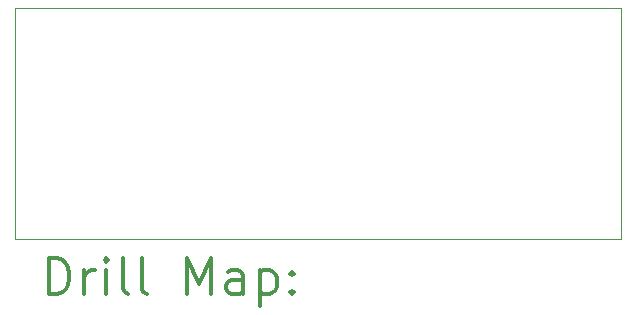
<source format=gbr>
%FSLAX45Y45*%
G04 Gerber Fmt 4.5, Leading zero omitted, Abs format (unit mm)*
G04 Created by KiCad (PCBNEW (5.1.5-0-10_14)) date 2020-03-21 14:00:26*
%MOMM*%
%LPD*%
G04 APERTURE LIST*
%TA.AperFunction,Profile*%
%ADD10C,0.050000*%
%TD*%
%ADD11C,0.200000*%
%ADD12C,0.300000*%
G04 APERTURE END LIST*
D10*
X4686300Y-5194300D02*
X4686300Y-3238500D01*
X9817100Y-5194300D02*
X4686300Y-5194300D01*
X9817100Y-3238500D02*
X9817100Y-5194300D01*
X4686300Y-3238500D02*
X9817100Y-3238500D01*
D11*
D12*
X4970228Y-5662514D02*
X4970228Y-5362514D01*
X5041657Y-5362514D01*
X5084514Y-5376800D01*
X5113086Y-5405372D01*
X5127371Y-5433943D01*
X5141657Y-5491086D01*
X5141657Y-5533943D01*
X5127371Y-5591086D01*
X5113086Y-5619657D01*
X5084514Y-5648229D01*
X5041657Y-5662514D01*
X4970228Y-5662514D01*
X5270228Y-5662514D02*
X5270228Y-5462514D01*
X5270228Y-5519657D02*
X5284514Y-5491086D01*
X5298800Y-5476800D01*
X5327371Y-5462514D01*
X5355943Y-5462514D01*
X5455943Y-5662514D02*
X5455943Y-5462514D01*
X5455943Y-5362514D02*
X5441657Y-5376800D01*
X5455943Y-5391086D01*
X5470228Y-5376800D01*
X5455943Y-5362514D01*
X5455943Y-5391086D01*
X5641657Y-5662514D02*
X5613086Y-5648229D01*
X5598800Y-5619657D01*
X5598800Y-5362514D01*
X5798800Y-5662514D02*
X5770228Y-5648229D01*
X5755943Y-5619657D01*
X5755943Y-5362514D01*
X6141657Y-5662514D02*
X6141657Y-5362514D01*
X6241657Y-5576800D01*
X6341657Y-5362514D01*
X6341657Y-5662514D01*
X6613086Y-5662514D02*
X6613086Y-5505372D01*
X6598800Y-5476800D01*
X6570228Y-5462514D01*
X6513086Y-5462514D01*
X6484514Y-5476800D01*
X6613086Y-5648229D02*
X6584514Y-5662514D01*
X6513086Y-5662514D01*
X6484514Y-5648229D01*
X6470228Y-5619657D01*
X6470228Y-5591086D01*
X6484514Y-5562514D01*
X6513086Y-5548229D01*
X6584514Y-5548229D01*
X6613086Y-5533943D01*
X6755943Y-5462514D02*
X6755943Y-5762514D01*
X6755943Y-5476800D02*
X6784514Y-5462514D01*
X6841657Y-5462514D01*
X6870228Y-5476800D01*
X6884514Y-5491086D01*
X6898800Y-5519657D01*
X6898800Y-5605371D01*
X6884514Y-5633943D01*
X6870228Y-5648229D01*
X6841657Y-5662514D01*
X6784514Y-5662514D01*
X6755943Y-5648229D01*
X7027371Y-5633943D02*
X7041657Y-5648229D01*
X7027371Y-5662514D01*
X7013086Y-5648229D01*
X7027371Y-5633943D01*
X7027371Y-5662514D01*
X7027371Y-5476800D02*
X7041657Y-5491086D01*
X7027371Y-5505372D01*
X7013086Y-5491086D01*
X7027371Y-5476800D01*
X7027371Y-5505372D01*
M02*

</source>
